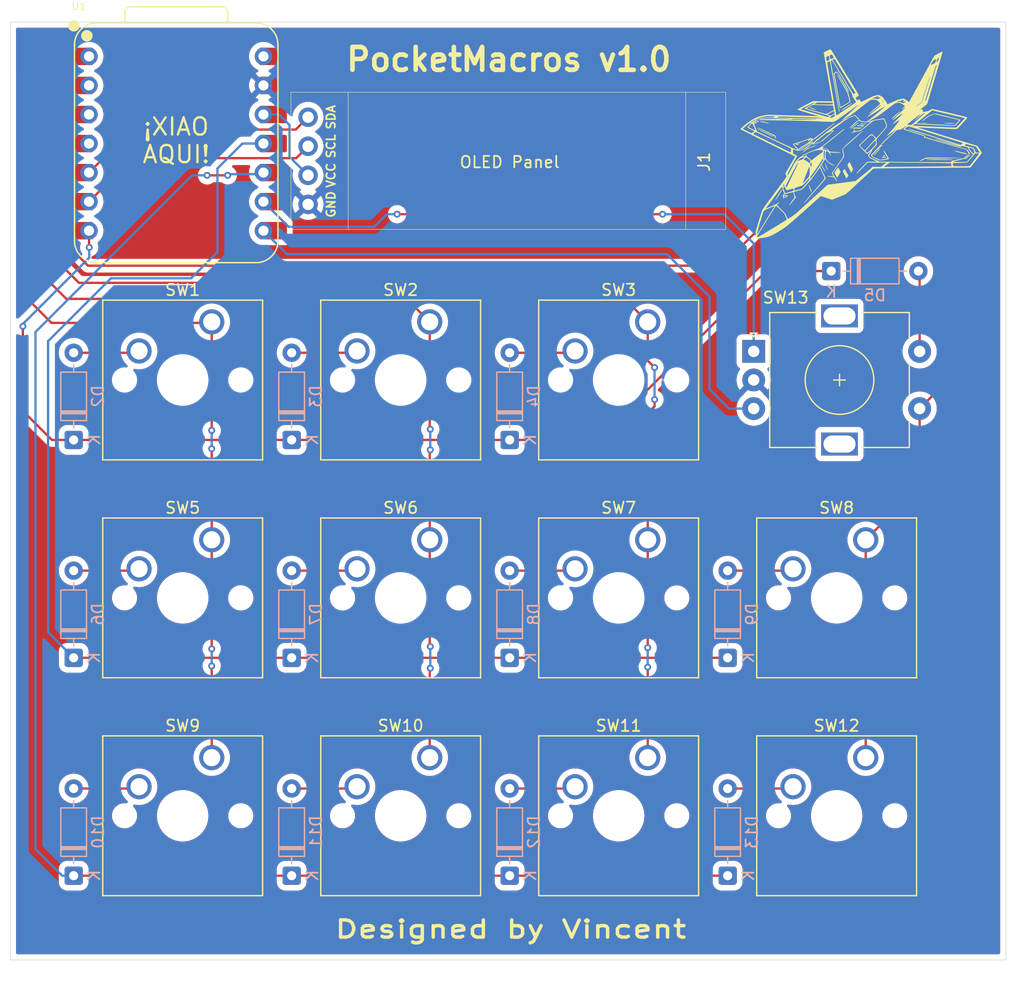
<source format=kicad_pcb>
(kicad_pcb (version 20241229) (generator "pcbnew") (generator_version "9.0")
  (layers (0 "F.Cu" signal) (2 "B.Cu" signal) (13 "F.Paste" user) (15 "B.Paste" user) (5 "F.SilkS" user "F.Silkscreen") (7 "B.SilkS" user "B.Silkscreen") (1 "F.Mask" user) (3 "B.Mask" user) (25 "Edge.Cuts" user))
  (net 0 "")
  (net 1 "ROW0")
  (net 2 "Net-(D2-A)")
  (net 3 "Net-(D3-A)")
  (net 4 "Net-(D4-A)")
  (net 5 "EC11SWA")
  (net 6 "Net-(D6-A)")
  (net 7 "ROW1")
  (net 8 "Net-(D7-A)")
  (net 9 "Net-(D8-A)")
  (net 10 "Net-(D9-A)")
  (net 11 "Net-(D10-A)")
  (net 12 "ROW2")
  (net 13 "Net-(D11-A)")
  (net 14 "Net-(D12-A)")
  (net 15 "Net-(D13-A)")
  (net 16 "GND")
  (net 17 "SDA")
  (net 18 "+5V")
  (net 19 "SCL")
  (net 20 "COL0")
  (net 21 "COL1")
  (net 22 "COL2")
  (net 23 "COL3")
  (net 24 "EC11A")
  (net 25 "EC11B")
  (net 26 "+3.3V")
  (footprint "Button_Switch_Keyboard:SW_Cherry_MX_1.00u_PCB" (layer "F.Cu") (at 178.7525 78.26375)
    (property "Reference" "SW8" (at -2.54 -2.794 0) (layer "F.SilkS"))
    (property "Value" "Keyswitch")
    (pad "" np_thru_hole circle (at -7.62 5.08) (size 1.7 1.7) (drill 1.7) (layers "*.Cu" "*.Mask"))
    (pad "" np_thru_hole circle (at -2.54 5.08) (size 4 4) (drill 4) (layers "*.Cu" "*.Mask"))
    (pad "" np_thru_hole circle (at 2.54 5.08) (size 1.7 1.7) (drill 1.7) (layers "*.Cu" "*.Mask"))
    (pad "1" thru_hole circle (at 0 0) (size 2.2 2.2) (drill 1.5) (layers "*.Cu" "*.Mask") (net 23 "COL3"))
    (pad "2" thru_hole circle (at -6.35 2.54) (size 2.2 2.2) (drill 1.5) (layers "*.Cu" "*.Mask") (net 10 "Net-(D9-A)"))
  )
  (footprint "Button_Switch_Keyboard:SW_Cherry_MX_1.00u_PCB" (layer "F.Cu") (at 159.7025 97.31375)
    (property "Reference" "SW11" (at -2.54 -2.794 0) (layer "F.SilkS"))
    (property "Value" "Keyswitch")
    (pad "" np_thru_hole circle (at -7.62 5.08) (size 1.7 1.7) (drill 1.7) (layers "*.Cu" "*.Mask"))
    (pad "" np_thru_hole circle (at -2.54 5.08) (size 4 4) (drill 4) (layers "*.Cu" "*.Mask"))
    (pad "" np_thru_hole circle (at 2.54 5.08) (size 1.7 1.7) (drill 1.7) (layers "*.Cu" "*.Mask"))
    (pad "1" thru_hole circle (at 0 0) (size 2.2 2.2) (drill 1.5) (layers "*.Cu" "*.Mask") (net 22 "COL2"))
    (pad "2" thru_hole circle (at -6.35 2.54) (size 2.2 2.2) (drill 1.5) (layers "*.Cu" "*.Mask") (net 14 "Net-(D12-A)"))
  )
  (footprint "Button_Switch_Keyboard:SW_Cherry_MX_1.00u_PCB" (layer "F.Cu") (at 140.6525 78.26375)
    (property "Reference" "SW6" (at -2.54 -2.794 0) (layer "F.SilkS"))
    (property "Value" "Keyswitch")
    (pad "" np_thru_hole circle (at -7.62 5.08) (size 1.7 1.7) (drill 1.7) (layers "*.Cu" "*.Mask"))
    (pad "" np_thru_hole circle (at -2.54 5.08) (size 4 4) (drill 4) (layers "*.Cu" "*.Mask"))
    (pad "" np_thru_hole circle (at 2.54 5.08) (size 1.7 1.7) (drill 1.7) (layers "*.Cu" "*.Mask"))
    (pad "1" thru_hole circle (at 0 0) (size 2.2 2.2) (drill 1.5) (layers "*.Cu" "*.Mask") (net 21 "COL1"))
    (pad "2" thru_hole circle (at -6.35 2.54) (size 2.2 2.2) (drill 1.5) (layers "*.Cu" "*.Mask") (net 8 "Net-(D7-A)"))
  )
  (footprint "Button_Switch_Keyboard:SW_Cherry_MX_1.00u_PCB" (layer "F.Cu") (at 121.6025 59.21375)
    (property "Reference" "SW1" (at -2.54 -2.794 0) (layer "F.SilkS"))
    (property "Value" "Keyswitch")
    (pad "" np_thru_hole circle (at -7.62 5.08) (size 1.7 1.7) (drill 1.7) (layers "*.Cu" "*.Mask"))
    (pad "" np_thru_hole circle (at -2.54 5.08) (size 4 4) (drill 4) (layers "*.Cu" "*.Mask"))
    (pad "" np_thru_hole circle (at 2.54 5.08) (size 1.7 1.7) (drill 1.7) (layers "*.Cu" "*.Mask"))
    (pad "1" thru_hole circle (at 0 0) (size 2.2 2.2) (drill 1.5) (layers "*.Cu" "*.Mask") (net 20 "COL0"))
    (pad "2" thru_hole circle (at -6.35 2.54) (size 2.2 2.2) (drill 1.5) (layers "*.Cu" "*.Mask") (net 2 "Net-(D2-A)"))
  )
  (footprint "OPL:XIAO-RP2040-DIP" (layer "F.Cu") (at 118.5 43.62)
    (property "Reference" "U1" (at -8.5 -12 0) (layer "F.SilkS") (effects (font (size 0.635 0.635) (thickness 0.1016))))
    (property "Value" "XIAO-RP2040-DIP")
    (pad "1" smd roundrect (at -8.455 -7.62 180) (size 2.432 1.524) (layers "F.Cu" "F.Mask") (roundrect_rratio 0.1) (net 20 "COL0"))
    (pad "1" thru_hole circle (at -7.62 -7.62 180) (size 1.524 1.524) (drill 0.889) (layers "*.Cu" "*.Mask") (net 20 "COL0"))
    (pad "2" smd roundrect (at -8.455 -5.08 180) (size 2.432 1.524) (layers "F.Cu" "F.Mask") (roundrect_rratio 0.1) (net 21 "COL1"))
    (pad "2" thru_hole circle (at -7.62 -5.08 180) (size 1.524 1.524) (drill 0.889) (layers "*.Cu" "*.Mask") (net 21 "COL1"))
    (pad "3" smd roundrect (at -8.455 -2.54 180) (size 2.432 1.524) (layers "F.Cu" "F.Mask") (roundrect_rratio 0.1) (net 22 "COL2"))
    (pad "3" thru_hole circle (at -7.62 -2.54 180) (size 1.524 1.524) (drill 0.889) (layers "*.Cu" "*.Mask") (net 22 "COL2"))
    (pad "4" smd roundrect (at -8.455 0 180) (size 2.432 1.524) (layers "F.Cu" "F.Mask") (roundrect_rratio 0.1) (net 23 "COL3"))
    (pad "4" thru_hole circle (at -7.62 0 180) (size 1.524 1.524) (drill 0.889) (layers "*.Cu" "*.Mask") (net 23 "COL3"))
    (pad "5" smd roundrect (at -8.455 2.54 180) (size 2.432 1.524) (layers "F.Cu" "F.Mask") (roundrect_rratio 0.1) (net 17 "SDA"))
    (pad "5" thru_hole circle (at -7.62 2.54 180) (size 1.524 1.524) (drill 0.889) (layers "*.Cu" "*.Mask") (net 17 "SDA"))
    (pad "6" smd roundrect (at -8.455 5.08 180) (size 2.432 1.524) (layers "F.Cu" "F.Mask") (roundrect_rratio 0.1) (net 19 "SCL"))
    (pad "6" thru_hole circle (at -7.62 5.08 180) (size 1.524 1.524) (drill 0.889) (layers "*.Cu" "*.Mask") (net 19 "SCL"))
    (pad "7" smd roundrect (at -8.455 7.62 180) (size 2.432 1.524) (layers "F.Cu" "F.Mask") (roundrect_rratio 0.1) (net 1 "ROW0"))
    (pad "7" thru_hole circle (at -7.62 7.62 180) (size 1.524 1.524) (drill 0.889) (layers "*.Cu" "*.Mask") (net 1 "ROW0"))
    (pad "8" thru_hole circle (at 7.62 7.62) (size 1.524 1.524) (drill 0.889) (layers "*.Cu" "*.Mask") (net 25 "EC11B"))
    (pad "8" smd roundrect (at 8.455 7.62) (size 2.432 1.524) (layers "F.Cu" "F.Mask") (roundrect_rratio 0.1) (net 25 "EC11B"))
    (pad "9" thru_hole circle (at 7.62 5.08) (size 1.524 1.524) (drill 0.889) (layers "*.Cu" "*.Mask") (net 24 "EC11A"))
    (pad "9" smd roundrect (at 8.455 5.08) (size 2.432 1.524) (layers "F.Cu" "F.Mask") (roundrect_rratio 0.1) (net 24 "EC11A"))
    (pad "10" thru_hole circle (at 7.62 2.54) (size 1.524 1.524) (drill 0.889) (layers "*.Cu" "*.Mask") (net 12 "ROW2"))
    (pad "10" smd roundrect (at 8.455 2.54) (size 2.432 1.524) (layers "F.Cu" "F.Mask") (roundrect_rratio 0.1) (net 12 "ROW2"))
    (pad "11" thru_hole circle (at 7.62 0) (size 1.524 1.524) (drill 0.889) (layers "*.Cu" "*.Mask") (net 7 "ROW1"))
    (pad "11" smd roundrect (at 8.455 0) (size 2.432 1.524) (layers "F.Cu" "F.Mask") (roundrect_rratio 0.1) (net 7 "ROW1"))
    (pad "12" thru_hole circle (at 7.62 -2.54) (size 1.524 1.524) (drill 0.889) (layers "*.Cu" "*.Mask") (net 26 "+3.3V"))
    (pad "12" smd roundrect (at 8.455 -2.54) (size 2.432 1.524) (layers "F.Cu" "F.Mask") (roundrect_rratio 0.1) (net 26 "+3.3V"))
    (pad "13" thru_hole circle (at 7.62 -5.08) (size 1.524 1.524) (drill 0.889) (layers "*.Cu" "*.Mask") (net 16 "GND"))
    (pad "13" smd roundrect (at 8.455 -5.08) (size 2.432 1.524) (layers "F.Cu" "F.Mask") (roundrect_rratio 0.1) (net 16 "GND"))
    (pad "14" thru_hole circle (at 7.62 -7.62) (size 1.524 1.524) (drill 0.889) (layers "*.Cu" "*.Mask") (net 18 "+5V"))
    (pad "14" smd roundrect (at 8.455 -7.62) (size 2.432 1.524) (layers "F.Cu" "F.Mask") (roundrect_rratio 0.1) (net 18 "+5V"))
  )
  (footprint "Button_Switch_Keyboard:SW_Cherry_MX_1.00u_PCB" (layer "F.Cu") (at 121.6025 97.31375)
    (property "Reference" "SW9" (at -2.54 -2.794 0) (layer "F.SilkS"))
    (property "Value" "Keyswitch")
    (pad "" np_thru_hole circle (at -7.62 5.08) (size 1.7 1.7) (drill 1.7) (layers "*.Cu" "*.Mask"))
    (pad "" np_thru_hole circle (at -2.54 5.08) (size 4 4) (drill 4) (layers "*.Cu" "*.Mask"))
    (pad "" np_thru_hole circle (at 2.54 5.08) (size 1.7 1.7) (drill 1.7) (layers "*.Cu" "*.Mask"))
    (pad "1" thru_hole circle (at 0 0) (size 2.2 2.2) (drill 1.5) (layers "*.Cu" "*.Mask") (net 20 "COL0"))
    (pad "2" thru_hole circle (at -6.35 2.54) (size 2.2 2.2) (drill 1.5) (layers "*.Cu" "*.Mask") (net 11 "Net-(D10-A)"))
  )
  (footprint "LOGO" (layer "F.Cu") (at 178.35 45.06)
    (property "Reference" "G***" (hide yes))
    (property "Value" "LOGO" (hide yes))
  )
  (footprint "Button_Switch_Keyboard:SW_Cherry_MX_1.00u_PCB" (layer "F.Cu") (at 159.7025 78.26375)
    (property "Reference" "SW7" (at -2.54 -2.794 0) (layer "F.SilkS"))
    (property "Value" "Keyswitch")
    (pad "" np_thru_hole circle (at -7.62 5.08) (size 1.7 1.7) (drill 1.7) (layers "*.Cu" "*.Mask"))
    (pad "" np_thru_hole circle (at -2.54 5.08) (size 4 4) (drill 4) (layers "*.Cu" "*.Mask"))
    (pad "" np_thru_hole circle (at 2.54 5.08) (size 1.7 1.7) (drill 1.7) (layers "*.Cu" "*.Mask"))
    (pad "1" thru_hole circle (at 0 0) (size 2.2 2.2) (drill 1.5) (layers "*.Cu" "*.Mask") (net 22 "COL2"))
    (pad "2" thru_hole circle (at -6.35 2.54) (size 2.2 2.2) (drill 1.5) (layers "*.Cu" "*.Mask") (net 9 "Net-(D8-A)"))
  )
  (footprint "Button_Switch_Keyboard:SW_Cherry_MX_1.00u_PCB" (layer "F.Cu") (at 159.7025 59.21375)
    (property "Reference" "SW3" (at -2.54 -2.794 0) (layer "F.SilkS"))
    (property "Value" "Keyswitch")
    (pad "" np_thru_hole circle (at -7.62 5.08) (size 1.7 1.7) (drill 1.7) (layers "*.Cu" "*.Mask"))
    (pad "" np_thru_hole circle (at -2.54 5.08) (size 4 4) (drill 4) (layers "*.Cu" "*.Mask"))
    (pad "" np_thru_hole circle (at 2.54 5.08) (size 1.7 1.7) (drill 1.7) (layers "*.Cu" "*.Mask"))
    (pad "1" thru_hole circle (at 0 0) (size 2.2 2.2) (drill 1.5) (layers "*.Cu" "*.Mask") (net 22 "COL2"))
    (pad "2" thru_hole circle (at -6.35 2.54) (size 2.2 2.2) (drill 1.5) (layers "*.Cu" "*.Mask") (net 4 "Net-(D4-A)"))
  )
  (footprint "Button_Switch_Keyboard:SW_Cherry_MX_1.00u_PCB" (layer "F.Cu") (at 121.6025 78.26375)
    (property "Reference" "SW5" (at -2.54 -2.794 0) (layer "F.SilkS"))
    (property "Value" "Keyswitch")
    (pad "" np_thru_hole circle (at -7.62 5.08) (size 1.7 1.7) (drill 1.7) (layers "*.Cu" "*.Mask"))
    (pad "" np_thru_hole circle (at -2.54 5.08) (size 4 4) (drill 4) (layers "*.Cu" "*.Mask"))
    (pad "" np_thru_hole circle (at 2.54 5.08) (size 1.7 1.7) (drill 1.7) (layers "*.Cu" "*.Mask"))
    (pad "1" thru_hole circle (at 0 0) (size 2.2 2.2) (drill 1.5) (layers "*.Cu" "*.Mask") (net 20 "COL0"))
    (pad "2" thru_hole circle (at -6.35 2.54) (size 2.2 2.2) (drill 1.5) (layers "*.Cu" "*.Mask") (net 6 "Net-(D6-A)"))
  )
  (footprint "Rotary_Encoder:RotaryEncoder_Alps_EC11E-Switch_Vertical_H20mm" (layer "F.Cu") (at 168.9625 61.79375)
    (property "Reference" "SW13" (at 2.8 -4.7 0) (layer "F.SilkS"))
    (property "Value" "RotaryEncoder_Switch")
    (pad "A" thru_hole rect (at 0 0) (size 2 2) (drill 1) (layers "*.Cu" "*.Mask") (net 24 "EC11A"))
    (pad "B" thru_hole circle (at 0 5) (size 2 2) (drill 1) (layers "*.Cu" "*.Mask") (net 25 "EC11B"))
    (pad "C" thru_hole circle (at 0 2.5) (size 2 2) (drill 1) (layers "*.Cu" "*.Mask") (net 16 "GND"))
    (pad "MP" thru_hole rect (at 7.5 -3.1) (size 3.2 2) (drill oval 2.8 1.5) (layers "*.Cu" "*.Mask"))
    (pad "MP" thru_hole rect (at 7.5 8.1) (size 3.2 2) (drill oval 2.8 1.5) (layers "*.Cu" "*.Mask"))
    (pad "S1" thru_hole circle (at 14.5 5) (size 2 2) (drill 1) (layers "*.Cu" "*.Mask") (net 23 "COL3"))
    (pad "S2" thru_hole circle (at 14.5 0) (size 2 2) (drill 1) (layers "*.Cu" "*.Mask") (net 5 "EC11SWA"))
  )
  (footprint "Button_Switch_Keyboard:SW_Cherry_MX_1.00u_PCB" (layer "F.Cu") (at 140.6525 59.21375)
    (property "Reference" "SW2" (at -2.54 -2.794 0) (layer "F.SilkS"))
    (property "Value" "Keyswitch")
    (pad "" np_thru_hole circle (at -7.62 5.08) (size 1.7 1.7) (drill 1.7) (layers "*.Cu" "*.Mask"))
    (pad "" np_thru_hole circle (at -2.54 5.08) (size 4 4) (drill 4) (layers "*.Cu" "*.Mask"))
    (pad "" np_thru_hole circle (at 2.54 5.08) (size 1.7 1.7) (drill 1.7) (layers "*.Cu" "*.Mask"))
    (pad "1" thru_hole circle (at 0 0) (size 2.2 2.2) (drill 1.5) (layers "*.Cu" "*.Mask") (net 21 "COL1"))
    (pad "2" thru_hole circle (at -6.35 2.54) (size 2.2 2.2) (drill 1.5) (layers "*.Cu" "*.Mask") (net 3 "Net-(D3-A)"))
  )
  (footprint "Button_Switch_Keyboard:SW_Cherry_MX_1.00u_PCB" (layer "F.Cu") (at 178.7525 97.31375)
    (property "Reference" "SW12" (at -2.54 -2.794 0) (layer "F.SilkS"))
    (property "Value" "Keyswitch")
    (pad "" np_thru_hole circle (at -7.62 5.08) (size 1.7 1.7) (drill 1.7) (layers "*.Cu" "*.Mask"))
    (pad "" np_thru_hole circle (at -2.54 5.08) (size 4 4) (drill 4) (layers "*.Cu" "*.Mask"))
    (pad "" np_thru_hole circle (at 2.54 5.08) (size 1.7 1.7) (drill 1.7) (layers "*.Cu" "*.Mask"))
    (pad "1" thru_hole circle (at 0 0) (size 2.2 2.2) (drill 1.5) (layers "*.Cu" "*.Mask") (net 23 "COL3"))
    (pad "2" thru_hole circle (at -6.35 2.54) (size 2.2 2.2) (drill 1.5) (layers "*.Cu" "*.Mask") (net 15 "Net-(D13-A)"))
  )
  (footprint "KiCad-SSD1306-0.91-OLED-4pin-128x32:SSD1306-0.91-OLED-4pin-128x32" (layer "F.Cu") (at 166.5225 51.12875 180)
    (property "Reference" "J1" (at 1.9 5.91 90) (layer "F.SilkS"))
    (property "Value" "OLED_DISPLAY")
    (fp_text user "OLED Panel" (at 18.885 5.885 0) (layer "F.SilkS"))
    (fp_text user "SCL" (at 34.5 7.27 90) (layer "F.SilkS") (effects (font (size 0.75 0.75))))
    (fp_text user "SDA" (at 34.5 9.81 90) (layer "F.SilkS") (effects (font (size 0.75 0.75))))
    (fp_text user "GND" (at 34.5 2.19 90) (layer "F.SilkS") (effects (font (size 0.75 0.75))))
    (fp_text user "VCC" (at 34.5 4.73 90) (layer "F.SilkS") (effects (font (size 0.75 0.75))))
    (pad "1" thru_hole circle (at 36.5 2.19 180) (size 1.7 1.7) (drill 1) (layers "*.Cu" "*.Mask") (net 16 "GND"))
    (pad "2" thru_hole oval (at 36.5 4.73 180) (size 1.7 1.7) (drill 1) (layers "*.Cu" "*.Mask") (net 26 "+3.3V"))
    (pad "3" thru_hole oval (at 36.5 7.27 180) (size 1.7 1.7) (drill 1) (layers "*.Cu" "*.Mask") (net 19 "SCL"))
    (pad "4" thru_hole circle (at 36.5 9.81 180) (size 1.7 1.7) (drill 1) (layers "*.Cu" "*.Mask") (net 17 "SDA"))
  )
  (footprint "Button_Switch_Keyboard:SW_Cherry_MX_1.00u_PCB" (layer "F.Cu") (at 140.6525 97.31375)
    (property "Reference" "SW10" (at -2.54 -2.794 0) (layer "F.SilkS"))
    (property "Value" "Keyswitch")
    (pad "" np_thru_hole circle (at -7.62 5.08) (size 1.7 1.7) (drill 1.7) (layers "*.Cu" "*.Mask"))
    (pad "" np_thru_hole circle (at -2.54 5.08) (size 4 4) (drill 4) (layers "*.Cu" "*.Mask"))
    (pad "" np_thru_hole circle (at 2.54 5.08) (size 1.7 1.7) (drill 1.7) (layers "*.Cu" "*.Mask"))
    (pad "1" thru_hole circle (at 0 0) (size 2.2 2.2) (drill 1.5) (layers "*.Cu" "*.Mask") (net 21 "COL1"))
    (pad "2" thru_hole circle (at -6.35 2.54) (size 2.2 2.2) (drill 1.5) (layers "*.Cu" "*.Mask") (net 13 "Net-(D11-A)"))
  )
  (footprint "Diode_THT:D_DO-35_SOD27_P7.62mm_Horizontal" (layer "B.Cu") (at 109.5375 88.5825 90)
    (property "Reference" "D6" (at 3.81 2.12 90) (layer "B.SilkS") (effects (justify mirror)))
    (property "Value" "1N4148")
    (fp_text user "K" (at 0 1.8 90) (layer "B.SilkS") (effects (justify mirror)))
    (pad "1" thru_hole roundrect (at 0 0 90) (size 1.6 1.6) (drill 0.8) (layers "*.Cu" "*.Mask") (roundrect_rratio 0.15625) (net 7 "ROW1"))
    (pad "2" thru_hole circle (at 7.62 0 90) (size 1.6 1.6) (drill 0.8) (layers "*.Cu" "*.Mask") (net 6 "Net-(D6-A)"))
  )
  (footprint "Diode_THT:D_DO-35_SOD27_P7.62mm_Horizontal" (layer "B.Cu") (at 128.5875 69.5325 90)
    (property "Reference" "D3" (at 3.81 2.12 90) (layer "B.SilkS") (effects (justify mirror)))
    (property "Value" "1N4148")
    (fp_text user "K" (at 0 1.8 90) (layer "B.SilkS") (effects (justify mirror)))
    (pad "1" thru_hole roundrect (at 0 0 90) (size 1.6 1.6) (drill 0.8) (layers "*.Cu" "*.Mask") (roundrect_rratio 0.15625) (net 1 "ROW0"))
    (pad "2" thru_hole circle (at 7.62 0 90) (size 1.6 1.6) (drill 0.8) (layers "*.Cu" "*.Mask") (net 3 "Net-(D3-A)"))
  )
  (footprint "Diode_THT:D_DO-35_SOD27_P7.62mm_Horizontal" (layer "B.Cu") (at 147.6375 107.6325 90)
    (property "Reference" "D12" (at 3.81 2.12 90) (layer "B.SilkS") (effects (justify mirror)))
    (property "Value" "1N4148")
    (fp_text user "K" (at 0 1.8 90) (layer "B.SilkS") (effects (justify mirror)))
    (pad "1" thru_hole roundrect (at 0 0 90) (size 1.6 1.6) (drill 0.8) (layers "*.Cu" "*.Mask") (roundrect_rratio 0.15625) (net 12 "ROW2"))
    (pad "2" thru_hole circle (at 7.62 0 90) (size 1.6 1.6) (drill 0.8) (layers "*.Cu" "*.Mask") (net 14 "Net-(D12-A)"))
  )
  (footprint "Diode_THT:D_DO-35_SOD27_P7.62mm_Horizontal" (layer "B.Cu") (at 147.6375 88.5825 90)
    (property "Reference" "D8" (at 3.81 2.12 90) (layer "B.SilkS") (effects (justify mirror)))
    (property "Value" "1N4148")
    (fp_text user "K" (at 0 1.8 90) (layer "B.SilkS") (effects (justify mirror)))
    (pad "1" thru_hole roundrect (at 0 0 90) (size 1.6 1.6) (drill 0.8) (layers "*.Cu" "*.Mask") (roundrect_rratio 0.15625) (net 7 "ROW1"))
    (pad "2" thru_hole circle (at 7.62 0 90) (size 1.6 1.6) (drill 0.8) (layers "*.Cu" "*.Mask") (net 9 "Net-(D8-A)"))
  )
  (footprint "Diode_THT:D_DO-35_SOD27_P7.62mm_Horizontal" (layer "B.Cu") (at 166.6875 107.6325 90)
    (property "Reference" "D13" (at 3.81 2.12 90) (layer "B.SilkS") (effects (justify mirror)))
    (property "Value" "1N4148")
    (fp_text user "K" (at 0 1.8 90) (layer "B.SilkS") (effects (justify mirror)))
    (pad "1" thru_hole roundrect (at 0 0 90) (size 1.6 1.6) (drill 0.8) (layers "*.Cu" "*.Mask") (roundrect_rratio 0.15625) (net 12 "ROW2"))
    (pad "2" thru_hole circle (at 7.62 0 90) (size 1.6 1.6) (drill 0.8) (layers "*.Cu" "*.Mask") (net 15 "Net-(D13-A)"))
  )
  (footprint "Diode_THT:D_DO-35_SOD27_P7.62mm_Horizontal" (layer "B.Cu") (at 128.5875 88.5825 90)
    (property "Reference" "D7" (at 3.81 2.12 90) (layer "B.SilkS") (effects (justify mirror)))
    (property "Value" "1N4148")
    (fp_text user "K" (at 0 1.8 90) (layer "B.SilkS") (effects (justify mirror)))
    (pad "1" thru_hole roundrect (at 0 0 90) (size 1.6 1.6) (drill 0.8) (layers "*.Cu" "*.Mask") (roundrect_rratio 0.15625) (net 7 "ROW1"))
    (pad "2" thru_hole circle (at 7.62 0 90) (size 1.6 1.6) (drill 0.8) (layers "*.Cu" "*.Mask") (net 8 "Net-(D7-A)"))
  )
  (footprint "Diode_THT:D_DO-35_SOD27_P7.62mm_Horizontal" (layer "B.Cu") (at 175.73625 54.76875)
    (property "Reference" "D5" (at 3.81 2.12 0) (layer "B.SilkS") (effects (justify mirror)))
    (property "Value" "1N4148")
    (fp_text user "K" (at 0 1.8 0) (layer "B.SilkS") (effects (justify mirror)))
    (pad "1" thru_hole roundrect (at 0 0) (size 1.6 1.6) (drill 0.8) (layers "*.Cu" "*.Mask") (roundrect_rratio 0.15625) (net 1 "ROW0"))
    (pad "2" thru_hole circle (at 7.62 0) (size 1.6 1.6) (drill 0.8) (layers "*.Cu" "*.Mask") (net 5 "EC11SWA"))
  )
  (footprint "Diode_THT:D_DO-35_SOD27_P7.62mm_Horizontal" (layer "B.Cu") (at 109.5375 69.5325 90)
    (property "Reference" "D2" (at 3.81 2.12 90) (layer "B.SilkS") (effects (justify mirror)))
    (property "Value" "1N4148")
    (fp_text user "K" (at 0 1.8 90) (layer "B.SilkS") (effects (justify mirror)))
    (pad "1" thru_hole roundrect (at 0 0 90) (size 1.6 1.6) (drill 0.8) (layers "*.Cu" "*.Mask") (roundrect_rratio 0.15625) (net 1 "ROW0"))
    (pad "2" thru_hole circle (at 7.62 0 90) (size 1.6 1.6) (drill 0.8) (layers "*.Cu" "*.Mask") (net 2 "Net-(D2-A)"))
  )
  (footprint "Diode_THT:D_DO-35_SOD27_P7.62mm_Horizontal" (layer "B.Cu") (at 128.5875 107.6325 90)
    (property "Reference" "D11" (at 3.81 2.12 90) (layer "B.SilkS") (effects (justify mirror)))
    (property "Value" "1N4148")
    (fp_text user "K" (at 0 1.8 90) (layer "B.SilkS") (effects (justify mirror)))
    (pad "1" thru_hole roundrect (at 0 0 90) (size 1.6 1.6) (drill 0.8) (layers "*.Cu" "*.Mask") (roundrect_rratio 0.15625) (net 12 "ROW2"))
    (pad "2" thru_hole circle (at 7.62 0 90) (size 1.6 1.6) (drill 0.8) (layers "*.Cu" "*.Mask") (net 13 "Net-(D11-A)"))
  )
  (footprint "Diode_THT:D_DO-35_SOD27_P7.62mm_Horizontal" (layer "B.Cu") (at 109.5375 107.6325 90)
    (property "Reference" "D10" (at 3.81 2.12 90) (layer "B.SilkS") (effects (justify mirror)))
    (property "Value" "1N4148")
    (fp_text user "K" (at 0 1.8 90) (layer "B.SilkS") (effects (justify mirror)))
    (pad "1" thru_hole roundrect (at 0 0 90) (size 1.6 1.6) (drill 0.8) (layers "*.Cu" "*.Mask") (roundrect_rratio 0.15625) (net 12 "ROW2"))
    (pad "2" thru_hole circle (at 7.62 0 90) (size 1.6 1.6) (drill 0.8) (layers "*.Cu" "*.Mask") (net 11 "Net-(D10-A)"))
  )
  (footprint "Diode_THT:D_DO-35_SOD27_P7.62mm_Horizontal" (layer "B.Cu") (at 147.6375 69.5325 90)
    (property "Reference" "D4" (at 3.81 2.12 90) (layer "B.SilkS") (effects (justify mirror)))
    (property "Value" "1N4148")
    (fp_text user "K" (at 0 1.8 90) (layer "B.SilkS") (effects (justify mirror)))
    (pad "1" thru_hole roundrect (at 0 0 90) (size 1.6 1.6) (drill 0.8) (layers "*.Cu" "*.Mask") (roundrect_rratio 0.15625) (net 1 "ROW0"))
    (pad "2" thru_hole circle (at 7.62 0 90) (size 1.6 1.6) (drill 0.8) (layers "*.Cu" "*.Mask") (net 4 "Net-(D4-A)"))
  )
  (footprint "Diode_THT:D_DO-35_SOD27_P7.62mm_Horizontal" (layer "B.Cu") (at 166.6875 88.5825 90)
    (property "Reference" "D9" (at 3.81 2.12 90) (layer "B.SilkS") (effects (justify mirror)))
    (property "Value" "1N4148")
    (fp_text user "K" (at 0 1.8 90) (layer "B.SilkS") (effects (justify mirror)))
    (pad "1" thru_hole roundrect (at 0 0 90) (size 1.6 1.6) (drill 0.8) (layers "*.Cu" "*.Mask") (roundrect_rratio 0.15625) (net 7 "ROW1"))
    (pad "2" thru_hole circle (at 7.62 0 90) (size 1.6 1.6) (drill 0.8) (layers "*.Cu" "*.Mask") (net 10 "Net-(D9-A)"))
  )
  (gr_rect (start 104 33) (end 191 115) (stroke (width 0.05)) (fill no) (layer "Edge.Cuts"))
  (gr_text "Designed by Vincent" (at 147.72 113.2 0) (layer "F.SilkS") (effects (font (size 1.5 2) (thickness 0.3) (bold yes)) (justify bottom)))
  (gr_text "PocketMacros v1.0" (at 147.57 37.44 0) (layer "F.SilkS") (effects (font (size 2 2) (thickness 0.4) (bold yes)) (justify bottom)))
  (gr_text "¡XIAO\nAQUI!" (at 118.5 45.44 0) (layer "F.SilkS") (effects (font (size 1.5 1.5) (thickness 0.2) (bold yes)) (justify bottom)))
  (segment (start 110.88 52.68) (end 110.9 52.7) (width 0.2) (layer "F.Cu") (net 1))
  (segment (start 109.5375 69.5325) (end 128.5875 69.5325) (width 0.2) (layer "F.Cu") (net 1))
  (segment (start 155.30528 69.5325) (end 170.06903 54.76875) (width 0.2) (layer "F.Cu") (net 1))
  (segment (start 128.5875 69.5325) (end 147.6375 69.5325) (width 0.2) (layer "F.Cu") (net 1))
  (segment (start 105.1 67) (end 107.6325 69.5325) (width 0.2) (layer "F.Cu") (net 1))
  (segment (start 107.6325 69.5325) (end 109.5375 69.5325) (width 0.2) (layer "F.Cu") (net 1))
  (segment (start 105.1 59.6) (end 105.1 67) (width 0.2) (layer "F.Cu") (net 1))
  (segment (start 110.88 51.24) (end 110.88 52.68) (width 0.2) (layer "F.Cu") (net 1))
  (segment (start 170.06903 54.76875) (end 175.73625 54.76875) (width 0.2) (layer "F.Cu") (net 1))
  (segment (start 147.6375 69.5325) (end 155.30528 69.5325) (width 0.2) (layer "F.Cu") (net 1))
  (via (at 110.9 52.7) (size 0.6) (drill 0.3) (layers "F.Cu" "B.Cu") (net 1))
  (via (at 105.1 59.6) (size 0.6) (drill 0.3) (layers "F.Cu" "B.Cu") (net 1))
  (segment (start 110.9 53.6) (end 110.9 52.7) (width 0.2) (layer "B.Cu") (net 1))
  (segment (start 105.1 59.6) (end 105.1 59.4) (width 0.2) (layer "B.Cu") (net 1))
  (segment (start 105.1 59.4) (end 110.9 53.6) (width 0.2) (layer "B.Cu") (net 1))
  (segment (start 115.09375 61.9125) (end 115.2525 61.75375) (width 0.2) (layer "F.Cu") (net 2))
  (segment (start 109.5375 61.9125) (end 115.09375 61.9125) (width 0.2) (layer "F.Cu") (net 2))
  (segment (start 128.5875 61.9125) (end 134.14375 61.9125) (width 0.2) (layer "F.Cu") (net 3))
  (segment (start 134.14375 61.9125) (end 134.3025 61.75375) (width 0.2) (layer "F.Cu") (net 3))
  (segment (start 153.19375 61.9125) (end 153.3525 61.75375) (width 0.2) (layer "F.Cu") (net 4))
  (segment (start 147.6375 61.9125) (end 153.19375 61.9125) (width 0.2) (layer "F.Cu") (net 4))
  (segment (start 183.4625 54.875) (end 183.35625 54.76875) (width 0.2) (layer "F.Cu") (net 5))
  (segment (start 183.4625 61.79375) (end 183.4625 54.875) (width 0.2) (layer "F.Cu") (net 5))
  (segment (start 115.09375 80.9625) (end 115.2525 80.80375) (width 0.2) (layer "F.Cu") (net 6))
  (segment (start 109.5375 80.9625) (end 115.09375 80.9625) (width 0.2) (layer "F.Cu") (net 6))
  (segment (start 109.5375 88.5825) (end 166.6875 88.5825) (width 0.2) (layer "F.Cu") (net 7))
  (segment (start 107.3 60.9) (end 112.8 55.4) (width 0.2) (layer "B.Cu") (net 7))
  (segment (start 122.1 45.8) (end 124.28 43.62) (width 0.2) (layer "B.Cu") (net 7))
  (segment (start 122.1 53.1) (end 122.1 45.8) (width 0.2) (layer "B.Cu") (net 7))
  (segment (start 124.28 43.62) (end 126.12 43.62) (width 0.2) (layer "B.Cu") (net 7))
  (segment (start 109.5375 88.5825) (end 107.3 86.345) (width 0.2) (layer "B.Cu") (net 7))
  (segment (start 112.8 55.4) (end 119.8 55.4) (width 0.2) (layer "B.Cu") (net 7))
  (segment (start 107.3 86.345) (end 107.3 60.9) (width 0.2) (layer "B.Cu") (net 7))
  (segment (start 119.8 55.4) (end 122.1 53.1) (width 0.2) (layer "B.Cu") (net 7))
  (segment (start 128.5875 80.9625) (end 134.14375 80.9625) (width 0.2) (layer "F.Cu") (net 8))
  (segment (start 134.14375 80.9625) (end 134.3025 80.80375) (width 0.2) (layer "F.Cu") (net 8))
  (segment (start 153.19375 80.9625) (end 153.3525 80.80375) (width 0.2) (layer "F.Cu") (net 9))
  (segment (start 147.6375 80.9625) (end 153.19375 80.9625) (width 0.2) (layer "F.Cu") (net 9))
  (segment (start 166.6875 80.9625) (end 172.24375 80.9625) (width 0.2) (layer "F.Cu") (net 10))
  (segment (start 172.24375 80.9625) (end 172.4025 80.80375) (width 0.2) (layer "F.Cu") (net 10))
  (segment (start 115.09375 100.0125) (end 115.2525 99.85375) (width 0.2) (layer "F.Cu") (net 11))
  (segment (start 109.5375 100.0125) (end 115.09375 100.0125) (width 0.2) (layer "F.Cu") (net 11))
  (segment (start 123 46.4) (end 121.2 46.4) (width 0.2) (layer "F.Cu") (net 12))
  (segment (start 109.5375 107.6325) (end 166.6875 107.6325) (width 0.2) (layer "F.Cu") (net 12))
  (via (at 123 46.4) (size 0.6) (drill 0.3) (layers "F.Cu" "B.Cu") (net 12))
  (via (at 121.2 46.4) (size 0.6) (drill 0.3) (layers "F.Cu" "B.Cu") (net 12))
  (segment (start 121.2 46.4) (end 119.9 46.4) (width 0.2) (layer "B.Cu") (net 12))
  (segment (start 108.5325 107.6325) (end 109.5375 107.6325) (width 0.2) (layer "B.Cu") (net 12))
  (segment (start 119.9 46.4) (end 106.2 60.1) (width 0.2) (layer "B.Cu") (net 12))
  (segment (start 125.98 46.3) (end 126.12 46.16) (width 0.2) (layer "B.Cu") (net 12))
  (segment (start 123 46.4) (end 123.1 46.3) (width 0.2) (layer "B.Cu") (net 12))
  (segment (start 106.2 60.1) (end 106.2 105.3) (width 0.2) (layer "B.Cu") (net 12))
  (segment (start 106.2 105.3) (end 108.5325 107.6325) (width 0.2) (layer "B.Cu") (net 12))
  (segment (start 123.1 46.3) (end 125.98 46.3) (width 0.2) (layer "B.Cu") (net 12))
  (segment (start 128.5875 100.0125) (end 134.14375 100.0125) (width 0.2) (layer "F.Cu") (net 13))
  (segment (start 134.14375 100.0125) (end 134.3025 99.85375) (width 0.2) (layer "F.Cu") (net 13))
  (segment (start 147.6375 100.0125) (end 153.19375 100.0125) (width 0.2) (layer "F.Cu") (net 14))
  (segment (start 153.19375 100.0125) (end 153.3525 99.85375) (width 0.2) (layer "F.Cu") (net 14))
  (segment (start 166.6875 100.0125) (end 172.24375 100.0125) (width 0.2) (layer "F.Cu") (net 15))
  (segment (start 172.24375 100.0125) (end 172.4025 99.85375) (width 0.2) (layer "F.Cu") (net 15))
  (segment (start 114.64 42.4) (end 128.94125 42.4) (width 0.2) (layer "F.Cu") (net 17))
  (segment (start 110.88 46.16) (end 114.64 42.4) (width 0.2) (layer "F.Cu") (net 17))
  (segment (start 128.94125 42.4) (end 130.0225 41.31875) (width 0.2) (layer "F.Cu") (net 17))
  (segment (start 126.12 36) (end 126.955 36) (width 0.2) (layer "F.Cu") (net 18))
  (segment (start 110.88 48.7) (end 114.68 44.9) (width 0.2) (layer "F.Cu") (net 19))
  (segment (start 114.68 44.9) (end 128.98125 44.9) (width 0.2) (layer "F.Cu") (net 19))
  (segment (start 128.98125 44.9) (end 130.0225 43.85875) (width 0.2) (layer "F.Cu") (net 19))
  (segment (start 107 36) (end 105.2 37.8) (width 0.2) (layer "F.Cu") (net 20))
  (segment (start 121.6025 70.8025) (end 121.6025 78.26375) (width 0.2) (layer "F.Cu") (net 20))
  (segment (start 121.51625 59.3) (end 121.6025 59.21375) (width 0.2) (layer "F.Cu") (net 20))
  (segment (start 105.2 37.8) (end 105.2 56.9) (width 0.2) (layer "F.Cu") (net 20))
  (segment (start 121.6025 89.8025) (end 121.6025 97.31375) (width 0.2) (layer "F.Cu") (net 20))
  (segment (start 121.6 70.3) (end 121.6 70.8) (width 0.2) (layer "F.Cu") (net 20))
  (segment (start 110.88 36) (end 107 36) (width 0.2) (layer "F.Cu") (net 20))
  (segment (start 121.6025 59.21375) (end 121.6025 68.6975) (width 0.2) (layer "F.Cu") (net 20))
  (segment (start 121.6025 87.7975) (end 121.6 87.8) (width 0.2) (layer "F.Cu") (net 20))
  (segment (start 105.2 56.9) (end 107.6 59.3) (width 0.2) (layer "F.Cu") (net 20))
  (segment (start 121.6 89.3) (end 121.6 89.8) (width 0.2) (layer "F.Cu") (net 20))
  (segment (start 121.6 89.8) (end 121.6025 89.8025) (width 0.2) (layer "F.Cu") (net 20))
  (segment (start 121.6 70.8) (end 121.6025 70.8025) (width 0.2) (layer "F.Cu") (net 20))
  (segment (start 121.6025 78.26375) (end 121.6025 87.7975) (width 0.2) (layer "F.Cu") (net 20))
  (segment (start 107.6 59.3) (end 121.51625 59.3) (width 0.2) (layer "F.Cu") (net 20))
  (segment (start 121.6025 68.6975) (end 121.6 68.7) (width 0.2) (layer "F.Cu") (net 20))
  (via (at 121.6 89.3) (size 0.6) (drill 0.3) (layers "F.Cu" "B.Cu") (net 20))
  (via (at 121.6 70.3) (size 0.6) (drill 0.3) (layers "F.Cu" "B.Cu") (net 20))
  (via (at 121.6 87.8) (size 0.6) (drill 0.3) (layers "F.Cu" "B.Cu") (net 20))
  (via (at 121.6 68.7) (size 0.6) (drill 0.3) (layers "F.Cu" "B.Cu") (net 20))
  (segment (start 121.6 68.7) (end 121.6 70.3) (width 0.2) (layer "B.Cu") (net 20))
  (segment (start 121.6 87.8) (end 121.6 89.3) (width 0.2) (layer "B.Cu") (net 20))
  (segment (start 140.6525 87.5525) (end 140.6525 78.26375) (width 0.2) (layer "F.Cu") (net 21))
  (segment (start 140.6525 78.26375) (end 140.6525 70.4475) (width 0.2) (layer "F.Cu") (net 21))
  (segment (start 107.76 38.54) (end 106.4 39.9) (width 0.2) (layer "F.Cu") (net 21))
  (segment (start 106.4 39.9) (end 106.4 54.7) (width 0.2) (layer "F.Cu") (net 21))
  (segment (start 140.7 68.6) (end 140.6525 68.5525) (width 0.2) (layer "F.Cu") (net 21))
  (segment (start 140.7 87.6) (end 140.6525 87.5525) (width 0.2) (layer "F.Cu") (net 21))
  (segment (start 108.9 57.2) (end 138.63875 57.2) (width 0.2) (layer "F.Cu") (net 21))
  (segment (start 106.4 54.7) (end 108.9 57.2) (width 0.2) (layer "F.Cu") (net 21))
  (segment (start 140.6525 68.5525) (end 140.6525 59.21375) (width 0.2) (layer "F.Cu") (net 21))
  (segment (start 110.88 38.54) (end 107.76 38.54) (width 0.2) (layer "F.Cu") (net 21))
  (segment (start 138.63875 57.2) (end 140.6525 59.21375) (width 0.2) (layer "F.Cu") (net 21))
  (segment (start 140.6525 89.5475) (end 140.7 89.5) (width 0.2) (layer "F.Cu") (net 21))
  (segment (start 140.6525 70.4475) (end 140.7 70.4) (width 0.2) (layer "F.Cu") (net 21))
  (segment (start 140.6525 97.31375) (end 140.6525 89.5475) (width 0.2) (layer "F.Cu") (net 21))
  (via (at 140.7 68.6) (size 0.6) (drill 0.3) (layers "F.Cu" "B.Cu") (net 21))
  (via (at 140.7 70.4) (size 0.6) (drill 0.3) (layers "F.Cu" "B.Cu") (net 21))
  (via (at 140.7 89.5) (size 0.6) (drill 0.3) (layers "F.Cu" "B.Cu") (net 21))
  (via (at 140.7 87.6) (size 0.6) (drill 0.3) (layers "F.Cu" "B.Cu") (net 21))
  (segment (start 140.7 70.4) (end 140.7 68.6) (width 0.2) (layer "B.Cu") (net 21))
  (segment (start 140.7 89.5) (end 140.7 87.6) (width 0.2) (layer "B.Cu") (net 21))
  (segment (start 107.8 53.6) (end 110 55.8) (width 0.2) (layer "F.Cu") (net 22))
  (segment (start 159.7025 89.4025) (end 159.7 89.4) (width 0.2) (layer "F.Cu") (net 22))
  (segment (start 160.3 66.6) (end 159.7025 67.1975) (width 0.2) (layer "F.Cu") (net 22))
  (segment (start 156.28875 55.8) (end 159.7025 59.21375) (width 0.2) (layer "F.Cu") (net 22))
  (segment (start 159.7025 59.21375) (end 159.7025 62.6025) (width 0.2) (layer "F.Cu") (net 22))
  (segment (start 107.8 41.9) (end 107.8 53.6) (width 0.2) (layer "F.Cu") (net 22))
  (segment (start 159.7 87.7) (end 159.7025 87.6975) (width 0.2) (layer "F.Cu") (net 22))
  (segment (start 160.3 66) (end 160.3 66.6) (width 0.2) (layer "F.Cu") (net 22))
  (segment (start 159.7025 67.1975) (end 159.7025 78.26375) (width 0.2) (layer "F.Cu") (net 22))
  (segment (start 110.88 41.08) (end 108.62 41.08) (width 0.2) (layer "F.Cu") (net 22))
  (segment (start 159.7025 97.31375) (end 159.7025 89.4025) (width 0.2) (layer "F.Cu") (net 22))
  (segment (start 159.7025 87.6975) (end 159.7025 78.26375) (width 0.2) (layer "F.Cu") (net 22))
  (segment (start 159.7025 62.6025) (end 160.3 63.2) (width 0.2) (layer "F.Cu") (net 22))
  (segment (start 110 55.8) (end 156.28875 55.8) (width 0.2) (layer "F.Cu") (net 22))
  (segment (start 108.62 41.08) (end 107.8 41.9) (width 0.2) (layer "F.Cu") (net 22))
  (via (at 160.3 63.2) (size 0.6) (drill 0.3) (layers "F.Cu" "B.Cu") (net 22))
  (via (at 159.7 89.4) (size 0.6) (drill 0.3) (layers "F.Cu" "B.Cu") (net 22))
  (via (at 159.7 87.7) (size 0.6) (drill 0.3) (layers "F.Cu" "B.Cu") (net 22))
  (via (at 160.3 66) (size 0.6) (drill 0.3) (layers "F.Cu" "B.Cu") (net 22))
  (segment (start 160.3 63.2) (end 160.3 66) (width 0.2) (layer "B.Cu") (net 22))
  (segment (start 159.7 89.4) (end 159.7 87.7) (width 0.2) (layer "B.Cu") (net 22))
  (segment (start 166.2 54.3) (end 170.7 49.8) (width 0.2) (layer "F.Cu") (net 23))
  (segment (start 110.786374 54.3) (end 166.2 54.3) (width 0.2) (layer "F.Cu") (net 23))
  (segment (start 110.88 43.62) (end 109.80237 43.62) (width 0.2) (layer "F.Cu") (net 23))
  (segment (start 178.7525 78.26375) (end 183.4625 73.55375) (width 0.2) (layer "F.Cu") (net 23))
  (segment (start 108.5 44.92237) (end 108.5 52.013626) (width 0.2) (layer "F.Cu") (net 23))
  (segment (start 188 62.25625) (end 183.4625 66.79375) (width 0.2) (layer "F.Cu") (net 23))
  (segment (start 188 54.7) (end 188 62.25625) (width 0.2) (layer "F.Cu") (net 23))
  (segment (start 108.5 52.013626) (end 110.786374 54.3) (width 0.2) (layer "F.Cu") (net 23))
  (segment (start 109.80237 43.62) (end 108.5 44.92237) (width 0.2) (layer "F.Cu") (net 23))
  (segment (start 183.1 49.8) (end 188 54.7) (width 0.2) (layer "F.Cu") (net 23))
  (segment (start 183.4625 73.55375) (end 183.4625 66.79375) (width 0.2) (layer "F.Cu") (net 23))
  (segment (start 178.7525 78.26375) (end 178.7525 97.31375) (width 0.2) (layer "F.Cu") (net 23))
  (segment (start 170.7 49.8) (end 183.1 49.8) (width 0.2) (layer "F.Cu") (net 23))
  (segment (start 137.8 49.8) (end 161 49.8) (width 0.2) (layer "F.Cu") (net 24))
  (via (at 161 49.8) (size 0.6) (drill 0.3) (layers "F.Cu" "B.Cu") (net 24))
  (via (at 137.8 49.8) (size 0.6) (drill 0.3) (layers "F.Cu" "B.Cu") (net 24))
  (segment (start 168.9625 52.3625) (end 168.9625 61.79375) (width 0.2) (layer "B.Cu") (net 24))
  (segment (start 135.8 50.9) (end 136.9 49.8) (width 0.2) (layer "B.Cu") (net 24))
  (segment (start 166.4 49.8) (end 168.9625 52.3625) (width 0.2) (layer "B.Cu") (net 24))
  (segment (start 128.32 50.9) (end 135.8 50.9) (width 0.2) (layer "B.Cu") (net 24))
  (segment (start 161 49.8) (end 166.4 49.8) (width 0.2) (layer "B.Cu") (net 24))
  (segment (start 126.12 48.7) (end 128.32 50.9) (width 0.2) (layer "B.Cu") (net 24))
  (segment (start 136.9 49.8) (end 137.8 49.8) (width 0.2) (layer "B.Cu") (net 24))
  (segment (start 161.4 53.3) (end 165.1 57) (width 0.2) (layer "B.Cu") (net 25))
  (segment (start 126.12 51.24) (end 128.18 53.3) (width 0.2) (layer "B.Cu") (net 25))
  (segment (start 165.1 57) (end 165.1 65.1) (width 0.2) (layer "B.Cu") (net 25))
  (segment (start 166.79375 66.79375) (end 168.9625 66.79375) (width 0.2) (layer "B.Cu") (net 25))
  (segment (start 165.1 65.1) (end 166.79375 66.79375) (width 0.2) (layer "B.Cu") (net 25))
  (segment (start 128.18 53.3) (end 161.4 53.3) (width 0.2) (layer "B.Cu") (net 25))
  (segment (start 126.12 41.08) (end 127.48 41.08) (width 0.2) (layer "B.Cu") (net 26))
  (segment (start 128.4 44.77625) (end 130.0225 46.39875) (width 0.2) (layer "B.Cu") (net 26))
  (segment (start 127.48 41.08) (end 128.4 42) (width 0.2) (layer "B.Cu") (net 26))
  (segment (start 128.4 42) (end 128.4 44.77625) (width 0.2) (layer "B.Cu") (net 26))
  (zone (net 16) (net_name "GND") (layers "F.Cu" "B.Cu") (connect_pads (clearance 0.5)) (min_thickness 0.25) (fill yes (thermal_gap 0.5) (thermal_bridge_width 0.5))
    (polygon (pts (xy 191.6 32.3) (xy 103.1 31.9) (xy 103.1 117.3) (xy 192.6 117.1)))
  )
)
</source>
